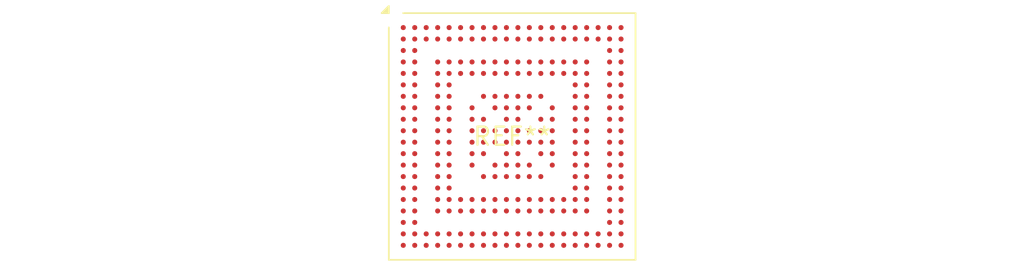
<source format=kicad_pcb>
(kicad_pcb (version 20240108) (generator pcbnew)
  (layers (0 "F.Cu" signal) (31 "B.Cu" signal) (34 "B.Paste" user) (35 "F.Paste" user) (36 "B.SilkS" user "B.Silkscreen") (37 "F.SilkS" user "F.Silkscreen") (38 "B.Mask" user) (39 "F.Mask" user) (44 "Edge.Cuts" user))
  (net 0 "")
  (footprint "Infineon_LFBGA-292_17x17mm_Layout20x20_P0.8mm_Ball0.5mm_Pad0.35" (layer "F.Cu") (at 0 0)
    (property "Reference" "REF**")
    (property "Value" "Infineon_LFBGA-292_17x17mm_Layout20x20_P0.8mm_Ball0.5mm_Pad0.35")
    (fp_line (start -8.61 8.61) (end -8.61 -7.61) (layer "F.SilkS") (stroke (width 0.12)))
    (fp_line (start -7.61 -8.61) (end 8.61 -8.61) (layer "F.SilkS") (stroke (width 0.12)))
    (fp_line (start 8.61 -8.61) (end 8.61 8.61) (layer "F.SilkS") (stroke (width 0.12)))
    (fp_line (start 8.61 8.61) (end -8.61 8.61) (layer "F.SilkS") (stroke (width 0.12)))
    (fp_poly (pts (xy -8.61 -8.61) (xy -9.11 -8.61) (xy -8.61 -9.11) (xy -8.61 -8.61)) (layer "F.SilkS") (stroke (width 0.12)) (fill solid))
    (pad "A1" smd circle (at -7.6 -7.6) (size 0.35 0.35) (property pad_prop_bga) (layers "F.Cu" "F.Paste" "F.Mask"))
    (pad "A2" smd circle (at -6.8 -7.6) (size 0.35 0.35) (property pad_prop_bga) (layers "F.Cu" "F.Paste" "F.Mask"))
    (pad "A3" smd circle (at -6 -7.6) (size 0.35 0.35) (property pad_prop_bga) (layers "F.Cu" "F.Paste" "F.Mask"))
    (pad "A4" smd circle (at -5.2 -7.6) (size 0.35 0.35) (property pad_prop_bga) (layers "F.Cu" "F.Paste" "F.Mask"))
    (pad "A5" smd circle (at -4.4 -7.6) (size 0.35 0.35) (property pad_prop_bga) (layers "F.Cu" "F.Paste" "F.Mask"))
    (pad "A6" smd circle (at -3.6 -7.6) (size 0.35 0.35) (property pad_prop_bga) (layers "F.Cu" "F.Paste" "F.Mask"))
    (pad "A7" smd circle (at -2.8 -7.6) (size 0.35 0.35) (property pad_prop_bga) (layers "F.Cu" "F.Paste" "F.Mask"))
    (pad "A8" smd circle (at -2 -7.6) (size 0.35 0.35) (property pad_prop_bga) (layers "F.Cu" "F.Paste" "F.Mask"))
    (pad "A9" smd circle (at -1.2 -7.6) (size 0.35 0.35) (property pad_prop_bga) (layers "F.Cu" "F.Paste" "F.Mask"))
    (pad "A10" smd circle (at -0.4 -7.6) (size 0.35 0.35) (property pad_prop_bga) (layers "F.Cu" "F.Paste" "F.Mask"))
    (pad "A11" smd circle (at 0.4 -7.6) (size 0.35 0.35) (property pad_prop_bga) (layers "F.Cu" "F.Paste" "F.Mask"))
    (pad "A12" smd circle (at 1.2 -7.6) (size 0.35 0.35) (property pad_prop_bga) (layers "F.Cu" "F.Paste" "F.Mask"))
    (pad "A13" smd circle (at 2 -7.6) (size 0.35 0.35) (property pad_prop_bga) (layers "F.Cu" "F.Paste" "F.Mask"))
    (pad "A14" smd circle (at 2.8 -7.6) (size 0.35 0.35) (property pad_prop_bga) (layers "F.Cu" "F.Paste" "F.Mask"))
    (pad "A15" smd circle (at 3.6 -7.6) (size 0.35 0.35) (property pad_prop_bga) (layers "F.Cu" "F.Paste" "F.Mask"))
    (pad "A16" smd circle (at 4.4 -7.6) (size 0.35 0.35) (property pad_prop_bga) (layers "F.Cu" "F.Paste" "F.Mask"))
    (pad "A17" smd circle (at 5.2 -7.6) (size 0.35 0.35) (property pad_prop_bga) (layers "F.Cu" "F.Paste" "F.Mask"))
    (pad "A18" smd circle (at 6 -7.6) (size 0.35 0.35) (property pad_prop_bga) (layers "F.Cu" "F.Paste" "F.Mask"))
    (pad "A19" smd circle (at 6.8 -7.6) (size 0.35 0.35) (property pad_prop_bga) (layers "F.Cu" "F.Paste" "F.Mask"))
    (pad "A20" smd circle (at 7.6 -7.6) (size 0.35 0.35) (property pad_prop_bga) (layers "F.Cu" "F.Paste" "F.Mask"))
    (pad "B1" smd circle (at -7.6 -6.8) (size 0.35 0.35) (property pad_prop_bga) (layers "F.Cu" "F.Paste" "F.Mask"))
    (pad "B2" smd circle (at -6.8 -6.8) (size 0.35 0.35) (property pad_prop_bga) (layers "F.Cu" "F.Paste" "F.Mask"))
    (pad "B3" smd circle (at -6 -6.8) (size 0.35 0.35) (property pad_prop_bga) (layers "F.Cu" "F.Paste" "F.Mask"))
    (pad "B4" smd circle (at -5.2 -6.8) (size 0.35 0.35) (property pad_prop_bga) (layers "F.Cu" "F.Paste" "F.Mask"))
    (pad "B5" smd circle (at -4.4 -6.8) (size 0.35 0.35) (property pad_prop_bga) (layers "F.Cu" "F.Paste" "F.Mask"))
    (pad "B6" smd circle (at -3.6 -6.8) (size 0.35 0.35) (property pad_prop_bga) (layers "F.Cu" "F.Paste" "F.Mask"))
    (pad "B7" smd circle (at -2.8 -6.8) (size 0.35 0.35) (property pad_prop_bga) (layers "F.Cu" "F.Paste" "F.Mask"))
    (pad "B8" smd circle (at -2 -6.8) (size 0.35 0.35) (property pad_prop_bga) (layers "F.Cu" "F.Paste" "F.Mask"))
    (pad "B9" smd circle (at -1.2 -6.8) (size 0.35 0.35) (property pad_prop_bga) (layers "F.Cu" "F.Paste" "F.Mask"))
    (pad "B10" smd circle (at -0.4 -6.8) (size 0.35 0.35) (property pad_prop_bga) (layers "F.Cu" "F.Paste" "F.Mask"))
    (pad "B11" smd circle (at 0.4 -6.8) (size 0.35 0.35) (property pad_prop_bga) (layers "F.Cu" "F.Paste" "F.Mask"))
    (pad "B12" smd circle (at 1.2 -6.8) (size 0.35 0.35) (property pad_prop_bga) (layers "F.Cu" "F.Paste" "F.Mask"))
    (pad "B13" smd circle (at 2 -6.8) (size 0.35 0.35) (property pad_prop_bga) (layers "F.Cu" "F.Paste" "F.Mask"))
    (pad "B14" smd circle (at 2.8 -6.8) (size 0.35 0.35) (property pad_prop_bga) (layers "F.Cu" "F.Paste" "F.Mask"))
    (pad "B15" smd circle (at 3.6 -6.8) (size 0.35 0.35) (property pad_prop_bga) (layers "F.Cu" "F.Paste" "F.Mask"))
    (pad "B16" smd circle (at 4.4 -6.8) (size 0.35 0.35) (property pad_prop_bga) (layers "F.Cu" "F.Paste" "F.Mask"))
    (pad "B17" smd circle (at 5.2 -6.8) (size 0.35 0.35) (property pad_prop_bga) (layers "F.Cu" "F.Paste" "F.Mask"))
    (pad "B18" smd circle (at 6 -6.8) (size 0.35 0.35) (property pad_prop_bga) (layers "F.Cu" "F.Paste" "F.Mask"))
    (pad "B19" smd circle (at 6.8 -6.8) (size 0.35 0.35) (property pad_prop_bga) (layers "F.Cu" "F.Paste" "F.Mask"))
    (pad "B20" smd circle (at 7.6 -6.8) (size 0.35 0.35) (property pad_prop_bga) (layers "F.Cu" "F.Paste" "F.Mask"))
    (pad "C1" smd circle (at -7.6 -6) (size 0.35 0.35) (property pad_prop_bga) (layers "F.Cu" "F.Paste" "F.Mask"))
    (pad "C2" smd circle (at -6.8 -6) (size 0.35 0.35) (property pad_prop_bga) (layers "F.Cu" "F.Paste" "F.Mask"))
    (pad "C19" smd circle (at 6.8 -6) (size 0.35 0.35) (property pad_prop_bga) (layers "F.Cu" "F.Paste" "F.Mask"))
    (pad "C20" smd circle (at 7.6 -6) (size 0.35 0.35) (property pad_prop_bga) (layers "F.Cu" "F.Paste" "F.Mask"))
    (pad "D1" smd circle (at -7.6 -5.2) (size 0.35 0.35) (property pad_prop_bga) (layers "F.Cu" "F.Paste" "F.Mask"))
    (pad "D2" smd circle (at -6.8 -5.2) (size 0.35 0.35) (property pad_prop_bga) (layers "F.Cu" "F.Paste" "F.Mask"))
    (pad "D4" smd circle (at -5.2 -5.2) (size 0.35 0.35) (property pad_prop_bga) (layers "F.Cu" "F.Paste" "F.Mask"))
    (pad "D5" smd circle (at -4.4 -5.2) (size 0.35 0.35) (property pad_prop_bga) (layers "F.Cu" "F.Paste" "F.Mask"))
    (pad "D6" smd circle (at -3.6 -5.2) (size 0.35 0.35) (property pad_prop_bga) (layers "F.Cu" "F.Paste" "F.Mask"))
    (pad "D7" smd circle (at -2.8 -5.2) (size 0.35 0.35) (property pad_prop_bga) (layers "F.Cu" "F.Paste" "F.Mask"))
    (pad "D8" smd circle (at -2 -5.2) (size 0.35 0.35) (property pad_prop_bga) (layers "F.Cu" "F.Paste" "F.Mask"))
    (pad "D9" smd circle (at -1.2 -5.2) (size 0.35 0.35) (property pad_prop_bga) (layers "F.Cu" "F.Paste" "F.Mask"))
    (pad "D10" smd circle (at -0.4 -5.2) (size 0.35 0.35) (property pad_prop_bga) (layers "F.Cu" "F.Paste" "F.Mask"))
    (pad "D11" smd circle (at 0.4 -5.2) (size 0.35 0.35) (property pad_prop_bga) (layers "F.Cu" "F.Paste" "F.Mask"))
    (pad "D12" smd circle (at 1.2 -5.2) (size 0.35 0.35) (property pad_prop_bga) (layers "F.Cu" "F.Paste" "F.Mask"))
    (pad "D13" smd circle (at 2 -5.2) (size 0.35 0.35) (property pad_prop_bga) (layers "F.Cu" "F.Paste" "F.Mask"))
    (pad "D14" smd circle (at 2.8 -5.2) (size 0.35 0.35) (property pad_prop_bga) (layers "F.Cu" "F.Paste" "F.Mask"))
    (pad "D15" smd circle (at 3.6 -5.2) (size 0.35 0.35) (property pad_prop_bga) (layers "F.Cu" "F.Paste" "F.Mask"))
    (pad "D16" smd circle (at 4.4 -5.2) (size 0.35 0.35) (property pad_prop_bga) (layers "F.Cu" "F.Paste" "F.Mask"))
    (pad "D17" smd circle (at 5.2 -5.2) (size 0.35 0.35) (property pad_prop_bga) (layers "F.Cu" "F.Paste" "F.Mask"))
    (pad "D19" smd circle (at 6.8 -5.2) (size 0.35 0.35) (property pad_prop_bga) (layers "F.Cu" "F.Paste" "F.Mask"))
    (pad "D20" smd circle (at 7.6 -5.2) (size 0.35 0.35) (property pad_prop_bga) (layers "F.Cu" "F.Paste" "F.Mask"))
    (pad "E1" smd circle (at -7.6 -4.4) (size 0.35 0.35) (property pad_prop_bga) (layers "F.Cu" "F.Paste" "F.Mask"))
    (pad "E2" smd circle (at -6.8 -4.4) (size 0.35 0.35) (property pad_prop_bga) (layers "F.Cu" "F.Paste" "F.Mask"))
    (pad "E4" smd circle (at -5.2 -4.4) (size 0.35 0.35) (property pad_prop_bga) (layers "F.Cu" "F.Paste" "F.Mask"))
    (pad "E5" smd circle (at -4.4 -4.4) (size 0.35 0.35) (property pad_prop_bga) (layers "F.Cu" "F.Paste" "F.Mask"))
    (pad "E6" smd circle (at -3.6 -4.4) (size 0.35 0.35) (property pad_prop_bga) (layers "F.Cu" "F.Paste" "F.Mask"))
    (pad "E7" smd circle (at -2.8 -4.4) (size 0.35 0.35) (property pad_prop_bga) (layers "F.Cu" "F.Paste" "F.Mask"))
    (pad "E8" smd circle (at -2 -4.4) (size 0.35 0.35) (property pad_prop_bga) (layers "F.Cu" "F.Paste" "F.Mask"))
    (pad "E9" smd circle (at -1.2 -4.4) (size 0.35 0.35) (property pad_prop_bga) (layers "F.Cu" "F.Paste" "F.Mask"))
    (pad "E10" smd circle (at -0.4 -4.4) (size 0.35 0.35) (property pad_prop_bga) (layers "F.Cu" "F.Paste" "F.Mask"))
    (pad "E11" smd circle (at 0.4 -4.4) (size 0.35 0.35) (property pad_prop_bga) (layers "F.Cu" "F.Paste" "F.Mask"))
    (pad "E12" smd circle (at 1.2 -4.4) (size 0.35 0.35) (property pad_prop_bga) (layers "F.Cu" "F.Paste" "F.Mask"))
    (pad "E13" smd circle (at 2 -4.4) (size 0.35 0.35) (property pad_prop_bga) (layers "F.Cu" "F.Paste" "F.Mask"))
    (pad "E14" smd circle (at 2.8 -4.4) (size 0.35 0.35) (property pad_prop_bga) (layers "F.Cu" "F.Paste" "F.Mask"))
    (pad "E15" smd circle (at 3.6 -4.4) (size 0.35 0.35) (property pad_prop_bga) (layers "F.Cu" "F.Paste" "F.Mask"))
    (pad "E16" smd circle (at 4.4 -4.4) (size 0.35 0.35) (property pad_prop_bga) (layers "F.Cu" "F.Paste" "F.Mask"))
    (pad "E17" smd circle (at 5.2 -4.4) (size 0.35 0.35) (property pad_prop_bga) (layers "F.Cu" "F.Paste" "F.Mask"))
    (pad "E19" smd circle (at 6.8 -4.4) (size 0.35 0.35) (property pad_prop_bga) (layers "F.Cu" "F.Paste" "F.Mask"))
    (pad "E20" smd circle (at 7.6 -4.4) (size 0.35 0.35) (property pad_prop_bga) (layers "F.Cu" "F.Paste" "F.Mask"))
    (pad "F1" smd circle (at -7.6 -3.6) (size 0.35 0.35) (property pad_prop_bga) (layers "F.Cu" "F.Paste" "F.Mask"))
    (pad "F2" smd circle (at -6.8 -3.6) (size 0.35 0.35) (property pad_prop_bga) (layers "F.Cu" "F.Paste" "F.Mask"))
    (pad "F4" smd circle (at -5.2 -3.6) (size 0.35 0.35) (property pad_prop_bga) (layers "F.Cu" "F.Paste" "F.Mask"))
    (pad "F5" smd circle (at -4.4 -3.6) (size 0.35 0.35) (property pad_prop_bga) (layers "F.Cu" "F.Paste" "F.Mask"))
    (pad "F16" smd circle (at 4.4 -3.6) (size 0.35 0.35) (property pad_prop_bga) (layers "F.Cu" "F.Paste" "F.Mask"))
    (pad "F17" smd circle (at 5.2 -3.6) (size 0.35 0.35) (property pad_prop_bga) (layers "F.Cu" "F.Paste" "F.Mask"))
    (pad "F19" smd circle (at 6.8 -3.6) (size 0.35 0.35) (property pad_prop_bga) (layers "F.Cu" "F.Paste" "F.Mask"))
    (pad "F20" smd circle (at 7.6 -3.6) (size 0.35 0.35) (property pad_prop_bga) (layers "F.Cu" "F.Paste" "F.Mask"))
    (pad "G1" smd circle (at -7.6 -2.8) (size 0.35 0.35) (property pad_prop_bga) (layers "F.Cu" "F.Paste" "F.Mask"))
    (pad "G2" smd circle (at -6.8 -2.8) (size 0.35 0.35) (property pad_prop_bga) (layers "F.Cu" "F.Paste" "F.Mask"))
    (pad "G4" smd circle (at -5.2 -2.8) (size 0.35 0.35) (property pad_prop_bga) (layers "F.Cu" "F.Paste" "F.Mask"))
    (pad "G5" smd circle (at -4.4 -2.8) (size 0.35 0.35) (property pad_prop_bga) (layers "F.Cu" "F.Paste" "F.Mask"))
    (pad "G8" smd circle (at -2 -2.8) (size 0.35 0.35) (property pad_prop_bga) (layers "F.Cu" "F.Paste" "F.Mask"))
    (pad "G9" smd circle (at -1.2 -2.8) (size 0.35 0.35) (property pad_prop_bga) (layers "F.Cu" "F.Paste" "F.Mask"))
    (pad "G10" smd circle (at -0.4 -2.8) (size 0.35 0.35) (property pad_prop_bga) (layers "F.Cu" "F.Paste" "F.Mask"))
    (pad "G11" smd circle (at 0.4 -2.8) (size 0.35 0.35) (property pad_prop_bga) (layers "F.Cu" "F.Paste" "F.Mask"))
    (pad "G12" smd circle (at 1.2 -2.8) (size 0.35 0.35) (property pad_prop_bga) (layers "F.Cu" "F.Paste" "F.Mask"))
    (pad "G13" smd circle (at 2 -2.8) (size 0.35 0.35) (property pad_prop_bga) (layers "F.Cu" "F.Paste" "F.Mask"))
    (pad "G16" smd circle (at 4.4 -2.8) (size 0.35 0.35) (property pad_prop_bga) (layers "F.Cu" "F.Paste" "F.Mask"))
    (pad "G17" smd circle (at 5.2 -2.8) (size 0.35 0.35) (property pad_prop_bga) (layers "F.Cu" "F.Paste" "F.Mask"))
    (pad "G19" smd circle (at 6.8 -2.8) (size 0.35 0.35) (property pad_prop_bga) (layers "F.Cu" "F.Paste" "F.Mask"))
    (pad "G20" smd circle (at 7.6 -2.8) (size 0.35 0.35) (property pad_prop_bga) (layers "F.Cu" "F.Paste" "F.Mask"))
    (pad "H1" smd circle (at -7.6 -2) (size 0.35 0.35) (property pad_prop_bga) (layers "F.Cu" "F.Paste" "F.Mask"))
    (pad "H2" smd circle (at -6.8 -2) (size 0.35 0.35) (property pad_prop_bga) (layers "F.Cu" "F.Paste" "F.Mask"))
    (pad "H4" smd circle (at -5.2 -2) (size 0.35 0.35) (property pad_prop_bga) (layers "F.Cu" "F.Paste" "F.Mask"))
    (pad "H5" smd circle (at -4.4 -2) (size 0.35 0.35) (property pad_prop_bga) (layers "F.Cu" "F.Paste" "F.Mask"))
    (pad "H7" smd circle (at -2.8 -2) (size 0.35 0.35) (property pad_prop_bga) (layers "F.Cu" "F.Paste" "F.Mask"))
    (pad "H9" smd circle (at -1.2 -2) (size 0.35 0.35) (property pad_prop_bga) (layers "F.Cu" "F.Paste" "F.Mask"))
    (pad "H10" smd circle (at -0.4 -2) (size 0.35 0.35) (property pad_prop_bga) (layers "F.Cu" "F.Paste" "F.Mask"))
    (pad "H11" smd circle (at 0.4 -2) (size 0.35 0.35) (property pad_prop_bga) (layers "F.Cu" "F.Paste" "F.Mask"))
    (pad "H12" smd circle (at 1.2 -2) (size 0.35 0.35) (property pad_prop_bga) (layers "F.Cu" "F.Paste" "F.Mask"))
    (pad "H14" smd circle (at 2.8 -2) (size 0.35 0.35) (property pad_prop_bga) (layers "F.Cu" "F.Paste" "F.Mask"))
    (pad "H16" smd circle (at 4.4 -2) (size 0.35 0.35) (property pad_prop_bga) (layers "F.Cu" "F.Paste" "F.Mask"))
    (pad "H17" smd circle (at 5.2 -2) (size 0.35 0.35) (property pad_prop_bga) (layers "F.Cu" "F.Paste" "F.Mask"))
    (pad "H19" smd circle (at 6.8 -2) (size 0.35 0.35) (property pad_prop_bga) (layers "F.Cu" "F.Paste" "F.Mask"))
    (pad "H20" smd circle (at 7.6 -2) (size 0.35 0.35) (property pad_prop_bga) (layers "F.Cu" "F.Paste" "F.Mask"))
    (pad "J1" smd circle (at -7.6 -1.2) (size 0.35 0.35) (property pad_prop_bga) (layers "F.Cu" "F.Paste" "F.Mask"))
    (pad "J2" smd circle (at -6.8 -1.2) (size 0.35 0.35) (property pad_prop_bga) (layers "F.Cu" "F.Paste" "F.Mask"))
    (pad "J4" smd circle (at -5.2 -1.2) (size 0.35 0.35) (property pad_prop_bga) (layers "F.Cu" "F.Paste" "F.Mask"))
    (pad "J5" smd circle (at -4.4 -1.2) (size 0.35 0.35) (property pad_prop_bga) (layers "F.Cu" "F.Paste" "F.Mask"))
    (pad "J7" smd circle (at -2.8 -1.2) (size 0.35 0.35) (property pad_prop_bga) (layers "F.Cu" "F.Paste" "F.Mask"))
    (pad "J8" smd circle (at -2 -1.2) (size 0.35 0.35) (property pad_prop_bga) (layers "F.Cu" "F.Paste" "F.Mask"))
    (pad "J10" smd circle (at -0.4 -1.2) (size 0.35 0.35) (property pad_prop_bga) (layers "F.Cu" "F.Paste" "F.Mask"))
    (pad "J11" smd circle (at 0.4 -1.2) (size 0.35 0.35) (property pad_prop_bga) (layers "F.Cu" "F.Paste" "F.Mask"))
    (pad "J13" smd circle (at 2 -1.2) (size 0.35 0.35) (property pad_prop_bga) (layers "F.Cu" "F.Paste" "F.Mask"))
    (pad "J14" smd circle (at 2.8 -1.2) (size 0.35 0.35) (property pad_prop_bga) (layers "F.Cu" "F.Paste" "F.Mask"))
    (pad "J16" smd circle (at 4.4 -1.2) (size 0.35 0.35) (property pad_prop_bga) (layers "F.Cu" "F.Paste" "F.Mask"))
    (pad "J17" smd circle (at 5.2 -1.2) (size 0.35 0.35) (property pad_prop_bga) (layers "F.Cu" "F.Paste" "F.Mask"))
    (pad "J19" smd circle (at 6.8 -1.2) (size 0.35 0.35) (property pad_prop_bga) (layers "F.Cu" "F.Paste" "F.Mask"))
    (pad "J20" smd circle (at 7.6 -1.2) (size 0.35 0.35) (property pad_prop_bga) (layers "F.Cu" "F.Paste" "F.Mask"))
    (pad "K1" smd circle (at -7.6 -0.4) (size 0.35 0.35) (property pad_prop_bga) (layers "F.Cu" "F.Paste" "F.Mask"))
    (pad "K2" smd circle (at -6.8 -0.4) (size 0.35 0.35) (property pad_prop_bga) (layers "F.Cu" "F.Paste" "F.Mask"))
    (pad "K4" smd circle (at -5.2 -0.4) (size 0.35 0.35) (property pad_prop_bga) (layers "F.Cu" "F.Paste" "F.Mask"))
    (pad "K5" smd circle (at -4.4 -0.4) (size 0.35 0.35) (property pad_prop_bga) (layers "F.Cu" "F.Paste" "F.Mask"))
    (pad "K7" smd circle (at -2.8 -0.4) (size 0.35 0.35) (property pad_prop_bga) (layers "F.Cu" "F.Paste" "F.Mask"))
    (pad "K8" smd circle (at -2 -0.4) (size 0.35 0.35) (property pad_prop_bga) (layers "F.Cu" "F.Paste" "F.Mask"))
    (pad "K9" smd circle (at -1.2 -0.4) (size 0.35 0.35) (property pad_prop_bga) (layers "F.Cu" "F.Paste" "F.Mask"))
    (pad "K10" smd circle (at -0.4 -0.4) (size 0.35 0.35) (property pad_prop_bga) (layers "F.Cu" "F.Paste" "F.Mask"))
    (pad "K11" smd circle (at 0.4 -0.4) (size 0.35 0.35) (property pad_prop_bga) (layers "F.Cu" "F.Paste" "F.Mask"))
    (pad "K12" smd circle (at 1.2 -0.4) (size 0.35 0.35) (property pad_prop_bga) (layers "F.Cu" "F.Paste" "F.Mask"))
    (pad "K13" smd circle (at 2 -0.4) (size 0.35 0.35) (property pad_prop_bga) (layers "F.Cu" "F.Paste" "F.Mask"))
    (pad "K14" smd circle (at 2.8 -0.4) (size 0.35 0.35) (property pad_prop_bga) (layers "F.Cu" "F.Paste" "F.Mask"))
    (pad "K16" smd circle (at 4.4 -0.4) (size 0.35 0.35) (property pad_prop_bga) (layers "F.Cu" "F.Paste" "F.Mask"))
    (pad "K17" smd circle (at 5.2 -0.4) (size 0.35 0.35) (property pad_prop_bga) (layers "F.Cu" "F.Paste" "F.Mask"))
    (pad "K19" smd circle (at 6.8 -0.4) (size 0.35 0.35) (property pad_prop_bga) (layers "F.Cu" "F.Paste" "F.Mask"))
    (pad "K20" smd circle (at 7.6 -0.4) (size 0.35 0.35) (property pad_prop_bga) (layers "F.Cu" "F.Paste" "F.Mask"))
    (pad "L1" smd circle (at -7.6 0.4) (size 0.35 0.35) (property pad_prop_bga) (layers "F.Cu" "F.Paste" "F.Mask"))
    (pad "L2" smd circle (at -6.8 0.4) (size 0.35 0.35) (property pad_prop_bga) (layers "F.Cu" "F.Paste" "F.Mask"))
    (pad "L4" smd circle (at -5.2 0.4) (size 0.35 0.35) (property pad_prop_bga) (layers "F.Cu" "F.Paste" "F.Mask"))
    (pad "L5" smd circle (at -4.4 0.4) (size 0.35 0.35) (property pad_prop_bga) (layers "F.Cu" "F.Paste" "F.Mask"))
    (pad "L7" smd circle (at -2.8 0.4) (size 0.35 0.35) (property pad_prop_bga) (layers "F.Cu" "F.Paste" "F.Mask"))
    (pad "L8" smd circle (at -2 0.4) (size 0.35 0.35) (property pad_prop_bga) (layers "F.Cu" "F.Paste" "F.Mask"))
    (pad "L9" smd circle (at -1.2 0.4) (size 0.35 0.35) (property pad_prop_bga) (layers "F.Cu" "F.Paste" "F.Mask"))
    (pad "L10" smd circle (at -0.4 0.4) (size 0.35 0.35) (property pad_prop_bga) (layers "F.Cu" "F.Paste" "F.Mask"))
    (pad "L11" smd circle (at 0.4 0.4) (size 0.35 0.35) (property pad_prop_bga) (layers "F.Cu" "F.Paste" "F.Mask"))
    (pad "L12" smd circle (at 1.2 0.4) (size 0.35 0.35) (property pad_prop_bga) (layers "F.Cu" "F.Paste" "F.Mask"))
    (pad "L13" smd circle (at 2 0.4) (size 0.35 0.35) (property pad_prop_bga) (layers "F.Cu" "F.Paste" "F.Mask"))
    (pad "L14" smd circle (at 2.8 0.4) (size 0.35 0.35) (property pad_prop_bga) (layers "F.Cu" "F.Paste" "F.Mask"))
    (pad "L16" smd circle (at 4.4 0.4) (size 0.35 0.35) (property pad_prop_bga) (layers "F.Cu" "F.Paste" "F.Mask"))
    (pad "L17" smd circle (at 5.2 0.4) (size 0.35 0.35) (property pad_prop_bga) (layers "F.Cu" "F.Paste" "F.Mask"))
    (pad "L19" smd circle (at 6.8 0.4) (size 0.35 0.35) (property pad_prop_bga) (layers "F.Cu" "F.Paste" "F.Mask"))
    (pad "L20" smd circle (at 7.6 0.4) (size 0.35 0.35) (property pad_prop_bga) (layers "F.Cu" "F.Paste" "F.Mask"))
    (pad "M1" smd circle (at -7.6 1.2) (size 0.35 0.35) (property pad_prop_bga) (layers "F.Cu" "F.Paste" "F.Mask"))
    (pad "M2" smd circle (at -6.8 1.2) (size 0.35 0.35) (property pad_prop_bga) (layers "F.Cu" "F.Paste" "F.Mask"))
    (pad "M4" smd circle (at -5.2 1.2) (size 0.35 0.35) (property pad_prop_bga) (layers "F.Cu" "F.Paste" "F.Mask"))
    (pad "M5" smd circle (at -4.4 1.2) (size 0.35 0.35) (property pad_prop_bga) (layers "F.Cu" "F.Paste" "F.Mask"))
    (pad "M7" smd circle (at -2.8 1.2) (size 0.35 0.35) (property pad_prop_bga) (layers "F.Cu" "F.Paste" "F.Mask"))
    (pad "M8" smd circle (at -2 1.2) (size 0.35 0.35) (property pad_prop_bga) (layers "F.Cu" "F.Paste" "F.Mask"))
    (pad "M10" smd circle (at -0.4 1.2) (size 0.35 0.35) (property pad_prop_bga) (layers "F.Cu" "F.Paste" "F.Mask"))
    (pad "M11" smd circle (at 0.4 1.2) (size 0.35 0.35) (property pad_prop_bga) (layers "F.Cu" "F.Paste" "F.Mask"))
    (pad "M13" smd circle (at 2 1.2) (size 0.35 0.35) (property pad_prop_bga) (layers "F.Cu" "F.Paste" "F.Mask"))
    (pad "M14" smd circle (at 2.8 1.2) (size 0.35 0.35) (property pad_prop_bga) (layers "F.Cu" "F.Paste" "F.Mask"))
    (pad "M16" smd circle (at 4.4 1.2) (size 0.35 0.35) (property pad_prop_bga) (layers "F.Cu" "F.Paste" "F.Mask"))
    (pad "M17" smd circle (at 5.2 1.2) (size 0.35 0.35) (property pad_prop_bga) (layers "F.Cu" "F.Paste" "F.Mask"))
    (pad "M19" smd circle (at 6.8 1.2) (size 0.35 0.35) (property pad_prop_bga) (layers "F.Cu" "F.Paste" "F.Mask"))
    (pad "M20" smd circle (at 7.6 1.2) (size 0.35 0.35) (property pad_prop_bga) (layers "F.Cu" "F.Paste" "F.Mask"))
    (pad "N1" smd circle (at -7.6 2) (size 0.35 0.35) (property pad_prop_bga) (layers "F.Cu" "F.Paste" "F.Mask"))
    (pad "N2" smd circle (at -6.8 2) (size 0.35 0.35) (property pad_prop_bga) (layers "F.Cu" "F.Paste" "F.Mask"))
    (pad "N4" smd circle (at -5.2 2) (size 0.35 0.35) (property pad_prop_bga) (layers "F.Cu" "F.Paste" "F.Mask"))
    (pad "N5" smd circle (at -4.4 2) (size 0.35 0.35) (property pad_prop_bga) (layers "F.Cu" "F.Paste" "F.Mask"))
    (pad "N7" smd circle (at -2.8 2) (size 0.35 0.35) (property pad_prop_bga) (layers "F.Cu" "F.Paste" "F.Mask"))
    (pad "N9" smd circle (at -1.2 2) (size 0.35 0.35) (property pad_prop_bga) (layers "F.Cu" "F.Paste" "F.Mask"))
    (pad "N10" smd circle (at -0.4 2) (size 0.35 0.35) (property pad_prop_bga) (layers "F.Cu" "F.Paste" "F.Mask"))
    (pad "N11" smd circle (at 0.4 2) (size 0.35 0.35) (property pad_prop_bga) (layers "F.Cu" "F.Paste" "F.Mask"))
    (pad "N12" smd circle (at 1.2 2) (size 0.35 0.35) (property pad_prop_bga) (layers "F.Cu" "F.Paste" "F.Mask"))
    (pad "N14" smd circle (at 2.8 2) (size 0.35 0.35) (property pad_prop_bga) (layers "F.Cu" "F.Paste" "F.Mask"))
    (pad "N16" smd circle (at 4.4 2) (size 0.35 0.35) (property pad_prop_bga) (layers "F.Cu" "F.Paste" "F.Mask"))
    (pad "N17" smd circle (at 5.2 2) (size 0.35 0.35) (property pad_prop_bga) (layers "F.Cu" "F.Paste" "F.Mask"))
    (pad "N19" smd circle (at 6.8 2) (size 0.35 0.35) (property pad_prop_bga) (layers "F.Cu" "F.Paste" "F.Mask"))
    (pad "N20" smd circle (at 7.6 2) (size 0.35 0.35) (property pad_prop_bga) (layers "F.Cu" "F.Paste" "F.Mask"))
    (pad "P1" smd circle (at -7.6 2.8) (size 0.35 0.35) (property pad_prop_bga) (layers "F.Cu" "F.Paste" "F.Mask"))
    (pad "P2" smd circle (at -6.8 2.8) (size 0.35 0.35) (property pad_prop_bga) (layers "F.Cu" "F.Paste" "F.Mask"))
    (pad "P4" smd circle (at -5.2 2.8) (size 0.35 0.35) (property pad_prop_bga) (layers "F.Cu" "F.Paste" "F.Mask"))
    (pad "P5" smd circle (at -4.4 2.8) (size 0.35 0.35) (property pad_prop_bga) (layers "F.Cu" "F.Paste" "F.Mask"))
    (pad "P8" smd circle (at -2 2.8) (size 0.35 0.35) (property pad_prop_bga) (layers "F.Cu" "F.Paste" "F.Mask"))
    (pad "P9" smd circle (at -1.2 2.8) (size 0.35 0.35) (property pad_prop_bga) (layers "F.Cu" "F.Paste" "F.Mask"))
    (pad "P10" smd circle (at -0.4 2.8) (size 0.35 0.35) (property pad_prop_bga) (layers "F.Cu" "F.Paste" "F.Mask"))
    (pad "P11" smd circle (at 0.4 2.8) (size 0.35 0.35) (property pad_prop_bga) (layers "F.Cu" "F.Paste" "F.Mask"))
    (pad "P12" smd circle (at 1.2 2.8) (size 0.35 0.35) (property pad_prop_bga) (layers "F.Cu" "F.Paste" "F.Mask"))
    (pad "P13" smd circle (at 2 2.8) (size 0.35 0.35) (property pad_prop_bga) (layers "F.Cu" "F.Paste" "F.Mask"))
    (pad "P16" smd circle (at 4.4 2.8) (size 0.35 0.35) (property pad_prop_bga) (layers "F.Cu" "F.Paste" "F.Mask"))
    (pad "P17" smd circle (at 5.2 2.8) (size 0.35 0.35) (property pad_prop_bga) (layers "F.Cu" "F.Paste" "F.Mask"))
    (pad "P19" smd circle (at 6.8 2.8) (size 0.35 0.35) (property pad_prop_bga) (layers "F.Cu" "F.Paste" "F.Mask"))
    (pad "P20" smd circle (at 7.6 2.8) (size 0.35 0.35) (property pad_prop_bga) (layers "F.Cu" "F.Paste" "F.Mask"))
    (pad "R1" smd circle (at -7.6 3.6) (size 0.35 0.35) (property pad_prop_bga) (layers "F.Cu" "F.Paste" "F.Mask"))
    (pad "R2" smd circle (at -6.8 3.6) (size 0.35 0.35) (property pad_prop_bga) (layers "F.Cu" "F.Paste" "F.Mask"))
    (pad "R4" smd circle (at -5.2 3.6) (size 0.35 0.35) (property pad_prop_bga) (layers "F.Cu" "F.Paste" "F.Mask"))
    (pad "R5" smd circle (at -4.4 3.6) (size 0.35 0.35) (property pad_prop_bga) (layers "F.Cu" "F.Paste" "F.Mask"))
    (pad "R16" smd circle (at 4.4 3.6) (size 0.35 0.35) (property pad_prop_bga) (layers "F.Cu" "F.Paste" "F.Mask"))
    (pad "R17" smd circle (at 5.2 3.6) (size 0.35 0.35) (property pad_prop_bga) (layers "F.Cu" "F.Paste" "F.Mask"))
    (pad "R19" smd circle (at 6.8 3.6) (size 0.35 0.35) (property pad_prop_bga) (layers "F.Cu" "F.Paste" "F.Mask"))
    (pad "R20" smd circle (at 7.6 3.6) (size 0.35 0.35) (property pad_prop_bga) (layers "F.Cu" "F.Paste" "F.Mask"))
    (pad "T1" smd circle (at -7.6 4.4) (size 0.35 0.35) (property pad_prop_bga) (layers "F.Cu" "F.Paste" "F.Mask"))
    (pad "T2" smd circle (at -6.8 4.4) (size 0.35 0.35) (property pad_prop_bga) (layers "F.Cu" "F.Paste" "F.Mask"))
    (pad "T4" smd circle (at -5.2 4.4) (size 0.35 0.35) (property pad_prop_bga) (layers "F.Cu" "F.Paste" "F.Mask"))
    (pad "T5" smd circle (at -4.4 4.4) (size 0.35 0.35) (property pad_prop_bga) (layers "F.Cu" "F.Paste" "F.Mask"))
    (pad "T6" smd circle (at -3.6 4.4) (size 0.35 0.35) (property pad_prop_bga) (layers "F.Cu" "F.Paste" "F.Mask"))
    (pad "T7" smd circle (at -2.8 4.4) (size 0.35 0.35) (property pad_prop_bga) (layers "F.Cu" "F.Paste" "F.Mask"))
    (pad "T8" smd circle (at -2 4.4) (size 0.35 0.35) (property pad_prop_bga) (layers "F.Cu" "F.Paste" "F.Mask"))
    (pad "T9" smd circle (at -1.2 4.4) (size 0.35 0.35) (property pad_prop_bga) (layers "F.Cu" "F.Paste" "F.Mask"))
    (pad "T10" smd circle (at -0.4 4.4) (size 0.35 0.35) (property pad_prop_bga) (layers "F.Cu" "F.Paste" "F.Mask"))
    (pad "T11" smd circle (at 0.4 4.4) (size 0.35 0.35) (property pad_prop_bga) (layers "F.Cu" "F.Paste" "F.Mask"))
    (pad "T12" smd circle (at 1.2 4.4) (size 0.35 0.35) (property pad_prop_bga) (layers "F.Cu" "F.Paste" "F.Mask"))
    (pad "T13" smd circle (at 2 4.4) (size 0.35 0.35) (property pad_prop_bga) (layers "F.Cu" "F.Paste" "F.Mask"))
    (pad "T14" smd circle (at 2.8 4.4) (size 0.35 0.35) (property pad_prop_bga) (layers "F.Cu" "F.Paste" "F.Mask"))
    (pad "T15" smd circle (at 3.6 4.4) (size 0.35 0.35) (property pad_prop_bga) (layers "F.Cu" "F.Paste" "F.Mask"))
    (pad "T16" smd circle (at 4.4 4.4) (size 0.35 0.35) (property pad_prop_bga) (layers "F.Cu" "F.Paste" "F.Mask"))
    (pad "T17" smd circle (at 5.2 4.4) (size 0.35 0.35) (property pad_prop_bga) (layers "F.Cu" "F.Paste" "F.Mask"))
    (pad "T19" smd circle (at 6.8 4.4) (size 0.35 0.35) (property pad_prop_bga) (layers "F.Cu" "F.Paste" "F.Mask"))
    (pad "T20" smd circle (at 7.6 4.4) (size 0.35 0.35) (property pad_prop_bga) (layers "F.Cu" "F.Paste" "F.Mask"))
    (pad "U1" smd circle (at -7.6 5.2) (size 0.35 0.35) (property pad_prop_bga) (layers "F.Cu" "F.Paste" "F.Mask"))
    (pad "U2" smd circle (at -6.8 5.2) (size 0.35 0.35) (property pad_prop_bga) (layers "F.Cu" "F.Paste" "F.Mask"))
    (pad "U4" smd circle (at -5.2 5.2) (size 0.35 0.35) (property pad_prop_bga) (layers "F.Cu" "F.Paste" "F.Mask"))
    (pad "U5" smd circle (at -4.4 5.2) (size 0.35 0.35) (property pad_prop_bga) (layers "F.Cu" "F.Paste" "F.Mask"))
    (pad "U6" smd circle (at -3.6 5.2) (size 0.35 0.35) (property pad_prop_bga) (layers "F.Cu" "F.Paste" "F.Mask"))
    (pad "U7" smd circle (at -2.8 5.2) (size 0.35 0.35) (property pad_prop_bga) (layers "F.Cu" "F.Paste" "F.Mask"))
    (pad "U8" smd circle (at -2 5.2) (size 0.35 0.35) (property pad_prop_bga) (layers "F.Cu" "F.Paste" "F.Mask"))
    (pad "U9" smd circle (at -1.2 5.2) (size 0.35 0.35) (property pad_prop_bga) (layers "F.Cu" "F.Paste" "F.Mask"))
    (pad "U10" smd circle (at -0.4 5.2) (size 0.35 0.35) (property pad_prop_bga) (layers "F.Cu" "F.Paste" "F.Mask"))
    (pad "U11" smd circle (at 0.4 5.2) (size 0.35 0.35) (property pad_prop_bga) (layers "F.Cu" "F.Paste" "F.Mask"))
    (pad "U12" smd circle (at 1.2 5.2) (size 0.35 0.35) (property pad_prop_bga) (layers "F.Cu" "F.Paste" "F.Mask"))
    (pad "U13" smd circle (at 2 5.2) (size 0.35 0.35) (property pad_prop_bga) (layers "F.Cu" "F.Paste" "F.Mask"))
    (pad "U14" smd circle (at 2.8 5.2) (size 0.35 0.35) (property pad_prop_bga) (layers "F.Cu" "F.Paste" "F.Mask"))
    (pad "U15" smd circle (at 3.6 5.2) (size 0.35 0.35) (property pad_prop_bga) (layers "F.Cu" "F.Paste" "F.Mask"))
    (pad "U16" smd circle (at 4.4 5.2) (size 0.35 0.35) (property pad_prop_bga) (layers "F.Cu" "F.Paste" "F.Mask"))
    (pad "U17" smd circle (at 5.2 5.2) (size 0.35 0.35) (property pad_prop_bga) (layers "F.Cu" "F.Paste" "F.Mask"))
    (pad "U19" smd circle (at 6.8 5.2) (size 0.35 0.35) (property pad_prop_bga) (layers "F.Cu" "F.Paste" "F.Mask"))
    (pad "U20" smd circle (at 7.6 5.2) (size 0.35 0.35) (property pad_prop_bga) (layers "F.Cu" "F.Paste" "F.Mask"))
    (pad "V1" smd circle (at -7.6 6) (size 0.35 0.35) (property pad_prop_bga) (layers "F.Cu" "F.Paste" "F.Mask"))
    (pad "V2" smd circle (at -6.8 6) (size 0.35 0.35) (property pad_prop_bga) (layers "F.Cu" "F.Paste" "F.Mask"))
    (pad "V19" smd circle (at 6.8 6) (size 0.35 0.35) (property pad_prop_bga) (layers "F.Cu" "F.Paste" "F.Mask"))
    (pad "V20" smd circle (at 7.6 6) (size 0.35 0.35) (property pad_prop_bga) (layers "F.Cu" "F.Paste" "F.Mask"))
    (pad "W1" smd circle (at -7.6 6.8) (size 0.35 0.35) (property pad_prop_bga) (layers "F.Cu" "F.Paste" "F.Mask"))
    (pad "W2" smd circle (at -6.8 6.8) (size 0.35 0.35) (property pad_prop_bga) (layers "F.Cu" "F.Paste" "F.Mask"))
    (pad "W3" smd circle (at -6 6.8) (size 0.35 0.35) (property pad_prop_bga) (layers "F.Cu" "F.Paste" "F.Mask"))
    (pad "W4" smd circle (at -5.2 6.8) (size 0.35 0.35) (property pad_prop_bga) (layers "F.Cu" "F.Paste" "F.Mask"))
    (pad "W5" smd circle (at -4.4 6.8) (size 0.35 0.35) (property pad_prop_bga) (layers "F.Cu" "F.Paste" "F.Mask"))
    (pad "W6" smd circle (at -3.6 6.8) (size 0.35 0.35) (property pad_prop_bga) (layers "F.Cu" "F.Paste" "F.Mask"))
    (pad "W7" smd circle (at -2.8 6.8) (size 0.35 0.35) (property pad_prop_bga) (layers "F.Cu" "F.Paste" "F.Mask"))
    (pad "W8" smd circle (at -2 6.8) (size 0.35 0.35) (property pad_prop_bga) (layers "F.Cu" "F.Paste" "F.Mask"))
    (pad "W9" smd circle (at -1.2 6.8) (size 0.35 0.35) (property pad_prop_bga) (layers "F.Cu" "F.Paste" "F.Mask"))
    (pad "W10" smd circle (at -0.4 6.8) (size 0.35 0.35) (property pad_prop_bga) (layers "F.Cu" "F.Paste" "F.Mask"))
    (pad "W11" smd circle (at 0.4 6.8) (size 0.35 0.35) (property pad_prop_bga) (layers "F.Cu" "F.Paste" "F.Mask"))
    (pad "W12" smd circle (at 1.2 6.8) (size 0.35 0.35) (property pad_prop_bga) (layers "F.Cu" "F.Paste" "F.Mask"))
    (pad "W13" smd circle (at 2 6.8) (size 0.35 0.35) (property pad_prop_bga) (layers "F.Cu" "F.Paste" "F.Mask"))
    (pad "W14" smd circle (at 2.8 6.8) (size 0.35 0.35) (property pad_prop_bga) (layers "F.Cu" "F.Paste" "F.Mask"))
    (pad "W15" smd circle (at 3.6 6.8) (size 0.35 0.35) (property pad_prop_bga) (layers "F.Cu" "F.Paste" "F.Mask"))
    (pad "W16" smd circle (at 4.4 6.8) (size 0.35 0.35) (property pad_prop_bga) (layers "F.Cu" "F.Paste" "F.Mask"))
    (pad "W17" smd circle (at 5.2 6.8) (size 0.35 0.35) (property pad_prop_bga) (layers "F.Cu" "F.Paste" "F.Mask"))
    (pad "W18" smd circle (at 6 6.8) (size 0.35 0.35) (property pad_prop_bga) (layers "F.Cu" "F.Paste" "F.Mask"))
    (pad "W19" smd circle (at 6.8 6.8) (size 0.35 0.35) (property pad_prop_bga) (layers "F.Cu" "F.Paste" "F.Mask"))
    (pad "W20" smd circle (at 7.6 6.8) (size 0.35 0.35) (property pad_prop_bga) (layers "F.Cu" "F.Paste" "F.Mask"))
    (pad "Y1" smd circle (at -7.6 7.6) (size 0.35 0.35) (property pad_prop_bga) (layers "F.Cu" "F.Paste" "F.Mask"))
    (pad "Y2" smd circle (at -6.8 7.6) (size 0.35 0.35) (property pad_prop_bga) (layers "F.Cu" "F.Paste" "F.Mask"))
    (pad "Y3" smd circle (at -6 7.6) (size 0.35 0.35) (property pad_prop_bga) (layers "F.Cu" "F.Paste" "F.Mask"))
    (pad "Y4" smd circle (at -5.2 7.6) (size 0.35 0.35) (property pad_prop_bga) (layers "F.Cu" "F.Paste" "F.Mask"))
    (pad "Y5" smd circle (at -4.4 7.6) (size 0.35 0.35) (property pad_prop_bga) (layers "F.Cu" "F.Paste" "F.Mask"))
    (pad "Y6" smd circle (at -3.6 7.6) (size 0.35 0.35) (property pad_prop_bga) (layers "F.Cu" "F.Paste" "F.Mask"))
    (pad "Y7" smd circle (at -2.8 7.6) (size 0.35 0.35) (property pad_prop_bga) (layers "F.Cu" "F.Paste" "F.Mask"))
    (pad "Y8" smd circle (at -2 7.6) (size 0.35 0.35) (property pad_prop_bga) (layers "F.Cu" "F.Paste" "F.Mask"))
    (pad "Y9" smd circle (at -1.2 7.6) (size 0.35 0.35) (property pad_prop_bga) (layers "F.Cu" "F.Paste" "F.Mask"))
    (pad "Y10" smd circle (at -0.4 7.6) (size 0.35 0.35) (property pad_prop_bga) (layers "F.Cu" "F.Paste" "F.Mask"))
    (pad "Y11" smd circle (at 0.4 7.6) (size 0.35 0.35) (property pad_prop_bga) (layers "F.Cu" "F.Paste" "F.Mask"))
    (pad "Y12" smd circle (at 1.2 7.6) (size 0.35 0.35) (property pad_prop_bga) (layers "F.Cu" "F.Paste" "F.Mask"))
    (pad "Y13" smd circle (at 2 7.6) (size 0.35 0.35) (property pad_prop_bga) (layers "F.Cu" "F.Paste" "F.Mask"))
    (pad "Y14" smd circle (at 2.8 7.6) (size 0.35 0.35) (property pad_prop_bga) (layers "F.Cu" "F.Paste" "F.Mask"))
    (pad "Y15" smd circle (at 3.6 7.6) (size 0.35 0.35) (property pad_prop_bga) (layers "F.Cu" "F.Paste" "F.Mask"))
    (pad "Y16" smd circle (at 4.4 7.6) (size 0.35 0.35) (property pad_prop_bga) (layers "F.Cu" "F.Paste" "F.Mask"))
    (pad "Y17" smd circle (at 5.2 7.6) (size 0.35 0.35) (property pad_prop_bga) (layers "F.Cu" "F.Paste" "F.Mask"))
    (pad "Y18" smd circle (at 6 7.6) (size 0.35 0.35) (property pad_prop_bga) (layers "F.Cu" "F.Paste" "F.Mask"))
    (pad "Y19" smd circle (at 6.8 7.6) (size 0.35 0.35) (property pad_prop_bga) (layers "F.Cu" "F.Paste" "F.Mask"))
    (pad "Y20" smd circle (at 7.6 7.6) (size 0.35 0.35) (property pad_prop_bga) (layers "F.Cu" "F.Paste" "F.Mask"))
  )
)
</source>
